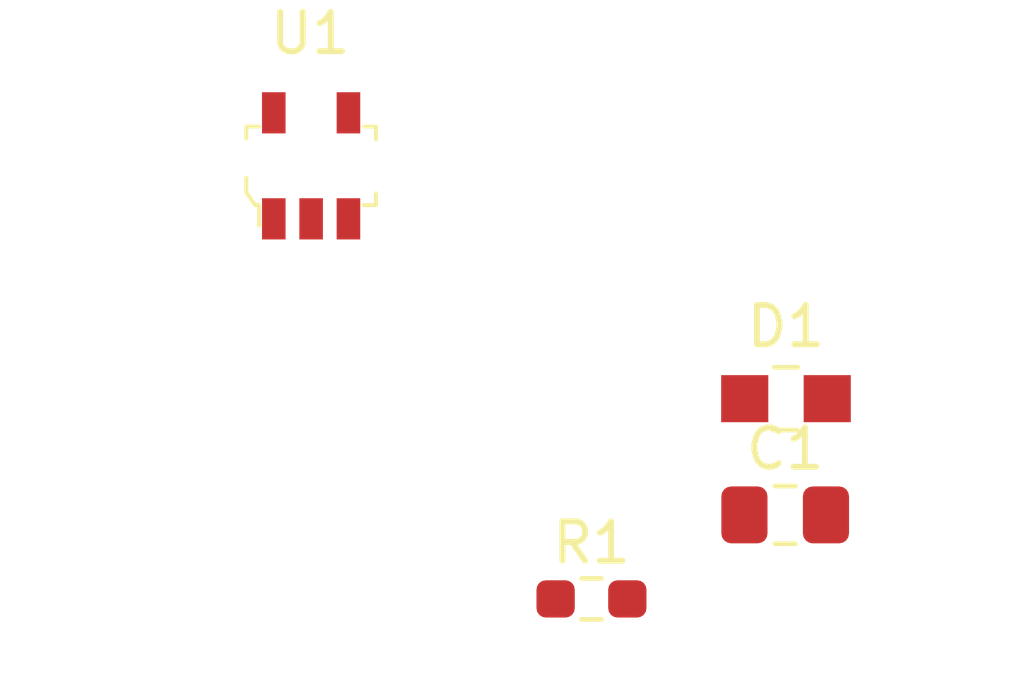
<source format=kicad_pcb>
(kicad_pcb (version 20171130) (host pcbnew 5.1.10-88a1d61d58~90~ubuntu20.04.1)

  (general
    (thickness 1.6)
    (drawings 0)
    (tracks 0)
    (zones 0)
    (modules 4)
    (nets 6)
  )

  (page A4)
  (layers
    (0 F.Cu signal)
    (31 B.Cu signal)
    (32 B.Adhes user)
    (33 F.Adhes user)
    (34 B.Paste user)
    (35 F.Paste user)
    (36 B.SilkS user)
    (37 F.SilkS user)
    (38 B.Mask user)
    (39 F.Mask user)
    (40 Dwgs.User user)
    (41 Cmts.User user)
    (42 Eco1.User user)
    (43 Eco2.User user)
    (44 Edge.Cuts user)
    (45 Margin user)
    (46 B.CrtYd user)
    (47 F.CrtYd user)
    (48 B.Fab user)
    (49 F.Fab user)
  )

  (setup
    (last_trace_width 0.25)
    (trace_clearance 0.2)
    (zone_clearance 0.508)
    (zone_45_only no)
    (trace_min 0.2)
    (via_size 0.8)
    (via_drill 0.4)
    (via_min_size 0.4)
    (via_min_drill 0.3)
    (uvia_size 0.3)
    (uvia_drill 0.1)
    (uvias_allowed no)
    (uvia_min_size 0.2)
    (uvia_min_drill 0.1)
    (edge_width 0.05)
    (segment_width 0.2)
    (pcb_text_width 0.3)
    (pcb_text_size 1.5 1.5)
    (mod_edge_width 0.12)
    (mod_text_size 1 1)
    (mod_text_width 0.15)
    (pad_size 1.524 1.524)
    (pad_drill 0.762)
    (pad_to_mask_clearance 0)
    (aux_axis_origin 0 0)
    (visible_elements FFFFFF7F)
    (pcbplotparams
      (layerselection 0x010fc_ffffffff)
      (usegerberextensions false)
      (usegerberattributes true)
      (usegerberadvancedattributes true)
      (creategerberjobfile true)
      (excludeedgelayer true)
      (linewidth 0.100000)
      (plotframeref false)
      (viasonmask false)
      (mode 1)
      (useauxorigin false)
      (hpglpennumber 1)
      (hpglpenspeed 20)
      (hpglpendiameter 15.000000)
      (psnegative false)
      (psa4output false)
      (plotreference true)
      (plotvalue true)
      (plotinvisibletext false)
      (padsonsilk false)
      (subtractmaskfromsilk false)
      (outputformat 1)
      (mirror false)
      (drillshape 1)
      (scaleselection 1)
      (outputdirectory ""))
  )

  (net 0 "")
  (net 1 GND)
  (net 2 +3V3)
  (net 3 "Net-(D1-Pad1)")
  (net 4 /Vin)
  (net 5 "Net-(U1-Pad4)")

  (net_class Default "This is the default net class."
    (clearance 0.2)
    (trace_width 0.25)
    (via_dia 0.8)
    (via_drill 0.4)
    (uvia_dia 0.3)
    (uvia_drill 0.1)
    (add_net +3V3)
    (add_net /Vin)
    (add_net GND)
    (add_net "Net-(D1-Pad1)")
    (add_net "Net-(U1-Pad4)")
  )

  (module digikey-footprints:SOT-753 (layer F.Cu) (tedit 5D28A654) (tstamp 610C9496)
    (at 82.55 38.1)
    (path /610C5FE7)
    (attr smd)
    (fp_text reference U1 (at -0.025 -3.375) (layer F.SilkS)
      (effects (font (size 1 1) (thickness 0.15)))
    )
    (fp_text value MIC5219-3_3YM5-TR (at 0.35 4.025) (layer F.Fab)
      (effects (font (size 1 1) (thickness 0.15)))
    )
    (fp_text user %R (at 0 0.1) (layer F.Fab)
      (effects (font (size 0.75 0.75) (thickness 0.075)))
    )
    (fp_line (start -1.825 2.125) (end -1.825 -2.125) (layer F.CrtYd) (width 0.05))
    (fp_line (start 1.825 2.125) (end -1.825 2.125) (layer F.CrtYd) (width 0.05))
    (fp_line (start 1.825 -2.125) (end 1.825 2.125) (layer F.CrtYd) (width 0.05))
    (fp_line (start -1.825 -2.125) (end 1.825 -2.125) (layer F.CrtYd) (width 0.05))
    (fp_line (start -1.325 -1) (end -1.65 -1) (layer F.SilkS) (width 0.1))
    (fp_line (start -1.65 -1) (end -1.65 -0.7) (layer F.SilkS) (width 0.1))
    (fp_line (start 1.325 1) (end 1.65 1) (layer F.SilkS) (width 0.1))
    (fp_line (start 1.65 1) (end 1.65 0.7) (layer F.SilkS) (width 0.1))
    (fp_line (start 1.35 -1) (end 1.65 -1) (layer F.SilkS) (width 0.1))
    (fp_line (start 1.65 -1) (end 1.65 -0.675) (layer F.SilkS) (width 0.1))
    (fp_line (start -1.65 0.675) (end -1.425 1) (layer F.SilkS) (width 0.1))
    (fp_line (start -1.425 1) (end -1.325 1) (layer F.SilkS) (width 0.1))
    (fp_line (start -1.325 1) (end -1.325 1.525) (layer F.SilkS) (width 0.1))
    (fp_line (start -1.65 0.675) (end -1.65 0.3) (layer F.SilkS) (width 0.1))
    (fp_line (start -1.525 0.625) (end -1.525 -0.875) (layer F.Fab) (width 0.1))
    (fp_line (start -1.35 0.875) (end 1.525 0.875) (layer F.Fab) (width 0.1))
    (fp_line (start -1.525 0.625) (end -1.35 0.875) (layer F.Fab) (width 0.1))
    (fp_line (start 1.525 -0.875) (end 1.525 0.875) (layer F.Fab) (width 0.1))
    (fp_line (start -1.525 -0.875) (end 1.525 -0.875) (layer F.Fab) (width 0.1))
    (pad 1 smd rect (at -0.95 1.35) (size 0.6 1.05) (layers F.Cu F.Paste F.Mask)
      (net 4 /Vin) (solder_mask_margin 0.07))
    (pad 2 smd rect (at 0 1.35) (size 0.6 1.05) (layers F.Cu F.Paste F.Mask)
      (net 1 GND) (solder_mask_margin 0.07))
    (pad 3 smd rect (at 0.95 1.35) (size 0.6 1.05) (layers F.Cu F.Paste F.Mask)
      (net 4 /Vin) (solder_mask_margin 0.07))
    (pad 4 smd rect (at 0.95 -1.35) (size 0.6 1.05) (layers F.Cu F.Paste F.Mask)
      (net 5 "Net-(U1-Pad4)") (solder_mask_margin 0.07))
    (pad 5 smd rect (at -0.95 -1.35) (size 0.6 1.05) (layers F.Cu F.Paste F.Mask)
      (net 2 +3V3) (solder_mask_margin 0.07))
  )

  (module Resistor_SMD:R_0603_1608Metric_Pad0.98x0.95mm_HandSolder (layer F.Cu) (tedit 5F68FEEE) (tstamp 610C938C)
    (at 89.685 49.13)
    (descr "Resistor SMD 0603 (1608 Metric), square (rectangular) end terminal, IPC_7351 nominal with elongated pad for handsoldering. (Body size source: IPC-SM-782 page 72, https://www.pcb-3d.com/wordpress/wp-content/uploads/ipc-sm-782a_amendment_1_and_2.pdf), generated with kicad-footprint-generator")
    (tags "resistor handsolder")
    (path /610C7884)
    (attr smd)
    (fp_text reference R1 (at 0 -1.43) (layer F.SilkS)
      (effects (font (size 1 1) (thickness 0.15)))
    )
    (fp_text value 3.3k (at 0 1.43) (layer F.Fab)
      (effects (font (size 1 1) (thickness 0.15)))
    )
    (fp_text user %R (at 0 0) (layer F.Fab)
      (effects (font (size 0.4 0.4) (thickness 0.06)))
    )
    (fp_line (start -0.8 0.4125) (end -0.8 -0.4125) (layer F.Fab) (width 0.1))
    (fp_line (start -0.8 -0.4125) (end 0.8 -0.4125) (layer F.Fab) (width 0.1))
    (fp_line (start 0.8 -0.4125) (end 0.8 0.4125) (layer F.Fab) (width 0.1))
    (fp_line (start 0.8 0.4125) (end -0.8 0.4125) (layer F.Fab) (width 0.1))
    (fp_line (start -0.254724 -0.5225) (end 0.254724 -0.5225) (layer F.SilkS) (width 0.12))
    (fp_line (start -0.254724 0.5225) (end 0.254724 0.5225) (layer F.SilkS) (width 0.12))
    (fp_line (start -1.65 0.73) (end -1.65 -0.73) (layer F.CrtYd) (width 0.05))
    (fp_line (start -1.65 -0.73) (end 1.65 -0.73) (layer F.CrtYd) (width 0.05))
    (fp_line (start 1.65 -0.73) (end 1.65 0.73) (layer F.CrtYd) (width 0.05))
    (fp_line (start 1.65 0.73) (end -1.65 0.73) (layer F.CrtYd) (width 0.05))
    (pad 2 smd roundrect (at 0.9125 0) (size 0.975 0.95) (layers F.Cu F.Paste F.Mask) (roundrect_rratio 0.25)
      (net 3 "Net-(D1-Pad1)"))
    (pad 1 smd roundrect (at -0.9125 0) (size 0.975 0.95) (layers F.Cu F.Paste F.Mask) (roundrect_rratio 0.25)
      (net 2 +3V3))
    (model ${KISYS3DMOD}/Resistor_SMD.3dshapes/R_0603_1608Metric.wrl
      (at (xyz 0 0 0))
      (scale (xyz 1 1 1))
      (rotate (xyz 0 0 0))
    )
  )

  (module digikey-footprints:0805 (layer F.Cu) (tedit 5D288D36) (tstamp 610C937B)
    (at 94.635 44.03)
    (path /610C80C7)
    (attr smd)
    (fp_text reference D1 (at 0 -1.84) (layer F.SilkS)
      (effects (font (size 1 1) (thickness 0.15)))
    )
    (fp_text value LG_R971-KN-1 (at 0 1.95) (layer F.Fab)
      (effects (font (size 1 1) (thickness 0.15)))
    )
    (fp_line (start -1.9 0.93) (end 1.9 0.93) (layer F.CrtYd) (width 0.05))
    (fp_line (start -1.9 -0.93) (end 1.9 -0.93) (layer F.CrtYd) (width 0.05))
    (fp_line (start 1.9 0.93) (end 1.9 -0.93) (layer F.CrtYd) (width 0.05))
    (fp_line (start -1.9 0.93) (end -1.9 -0.93) (layer F.CrtYd) (width 0.05))
    (fp_line (start -0.32 0.8) (end 0.28 0.8) (layer F.SilkS) (width 0.12))
    (fp_line (start -0.3 -0.8) (end 0.3 -0.8) (layer F.SilkS) (width 0.12))
    (fp_line (start -0.95 0.68) (end 0.95 0.68) (layer F.Fab) (width 0.12))
    (fp_line (start -0.95 -0.68) (end 0.95 -0.68) (layer F.Fab) (width 0.12))
    (fp_line (start 0.95 -0.675) (end 0.95 0.675) (layer F.Fab) (width 0.12))
    (fp_line (start -0.95 -0.675) (end -0.95 0.675) (layer F.Fab) (width 0.12))
    (pad 1 smd rect (at -1.05 0) (size 1.2 1.2) (layers F.Cu F.Paste F.Mask)
      (net 3 "Net-(D1-Pad1)"))
    (pad 2 smd rect (at 1.05 0) (size 1.2 1.2) (layers F.Cu F.Paste F.Mask)
      (net 1 GND))
  )

  (module Capacitor_SMD:C_0805_2012Metric_Pad1.18x1.45mm_HandSolder (layer F.Cu) (tedit 5F68FEEF) (tstamp 610C936B)
    (at 94.615 46.99)
    (descr "Capacitor SMD 0805 (2012 Metric), square (rectangular) end terminal, IPC_7351 nominal with elongated pad for handsoldering. (Body size source: IPC-SM-782 page 76, https://www.pcb-3d.com/wordpress/wp-content/uploads/ipc-sm-782a_amendment_1_and_2.pdf, https://docs.google.com/spreadsheets/d/1BsfQQcO9C6DZCsRaXUlFlo91Tg2WpOkGARC1WS5S8t0/edit?usp=sharing), generated with kicad-footprint-generator")
    (tags "capacitor handsolder")
    (path /610C671A)
    (attr smd)
    (fp_text reference C1 (at 0 -1.68) (layer F.SilkS)
      (effects (font (size 1 1) (thickness 0.15)))
    )
    (fp_text value 1uF (at 0 1.68) (layer F.Fab)
      (effects (font (size 1 1) (thickness 0.15)))
    )
    (fp_text user %R (at 0 0) (layer F.Fab)
      (effects (font (size 0.5 0.5) (thickness 0.08)))
    )
    (fp_line (start -1 0.625) (end -1 -0.625) (layer F.Fab) (width 0.1))
    (fp_line (start -1 -0.625) (end 1 -0.625) (layer F.Fab) (width 0.1))
    (fp_line (start 1 -0.625) (end 1 0.625) (layer F.Fab) (width 0.1))
    (fp_line (start 1 0.625) (end -1 0.625) (layer F.Fab) (width 0.1))
    (fp_line (start -0.261252 -0.735) (end 0.261252 -0.735) (layer F.SilkS) (width 0.12))
    (fp_line (start -0.261252 0.735) (end 0.261252 0.735) (layer F.SilkS) (width 0.12))
    (fp_line (start -1.88 0.98) (end -1.88 -0.98) (layer F.CrtYd) (width 0.05))
    (fp_line (start -1.88 -0.98) (end 1.88 -0.98) (layer F.CrtYd) (width 0.05))
    (fp_line (start 1.88 -0.98) (end 1.88 0.98) (layer F.CrtYd) (width 0.05))
    (fp_line (start 1.88 0.98) (end -1.88 0.98) (layer F.CrtYd) (width 0.05))
    (pad 2 smd roundrect (at 1.0375 0) (size 1.175 1.45) (layers F.Cu F.Paste F.Mask) (roundrect_rratio 0.212766)
      (net 1 GND))
    (pad 1 smd roundrect (at -1.0375 0) (size 1.175 1.45) (layers F.Cu F.Paste F.Mask) (roundrect_rratio 0.212766)
      (net 2 +3V3))
    (model ${KISYS3DMOD}/Capacitor_SMD.3dshapes/C_0805_2012Metric.wrl
      (at (xyz 0 0 0))
      (scale (xyz 1 1 1))
      (rotate (xyz 0 0 0))
    )
  )

)

</source>
